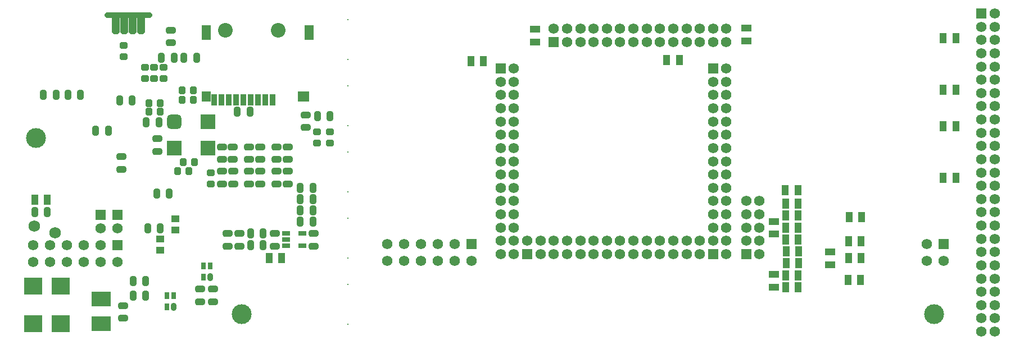
<source format=gbs>
G04*
G04 #@! TF.GenerationSoftware,Altium Limited,Altium Designer,20.0.2 (26)*
G04*
G04 Layer_Color=16711935*
%FSLAX44Y44*%
%MOMM*%
G71*
G01*
G75*
%ADD49C,0.8636*%
%ADD51R,1.0032X1.5032*%
%ADD54R,3.0032X2.2032*%
%ADD58R,1.5032X1.0032*%
G04:AMPARAMS|DCode=64|XSize=1.0032mm|YSize=1.5032mm|CornerRadius=0.3016mm|HoleSize=0mm|Usage=FLASHONLY|Rotation=180.000|XOffset=0mm|YOffset=0mm|HoleType=Round|Shape=RoundedRectangle|*
%AMROUNDEDRECTD64*
21,1,1.0032,0.9000,0,0,180.0*
21,1,0.4000,1.5032,0,0,180.0*
1,1,0.6032,-0.2000,0.4500*
1,1,0.6032,0.2000,0.4500*
1,1,0.6032,0.2000,-0.4500*
1,1,0.6032,-0.2000,-0.4500*
%
%ADD64ROUNDEDRECTD64*%
G04:AMPARAMS|DCode=67|XSize=1.0032mm|YSize=1.5032mm|CornerRadius=0.3016mm|HoleSize=0mm|Usage=FLASHONLY|Rotation=270.000|XOffset=0mm|YOffset=0mm|HoleType=Round|Shape=RoundedRectangle|*
%AMROUNDEDRECTD67*
21,1,1.0032,0.9000,0,0,270.0*
21,1,0.4000,1.5032,0,0,270.0*
1,1,0.6032,-0.4500,-0.2000*
1,1,0.6032,-0.4500,0.2000*
1,1,0.6032,0.4500,0.2000*
1,1,0.6032,0.4500,-0.2000*
%
%ADD67ROUNDEDRECTD67*%
G04:AMPARAMS|DCode=68|XSize=1.0032mm|YSize=1.2032mm|CornerRadius=0.3016mm|HoleSize=0mm|Usage=FLASHONLY|Rotation=0.000|XOffset=0mm|YOffset=0mm|HoleType=Round|Shape=RoundedRectangle|*
%AMROUNDEDRECTD68*
21,1,1.0032,0.6000,0,0,0.0*
21,1,0.4000,1.2032,0,0,0.0*
1,1,0.6032,0.2000,-0.3000*
1,1,0.6032,-0.2000,-0.3000*
1,1,0.6032,-0.2000,0.3000*
1,1,0.6032,0.2000,0.3000*
%
%ADD68ROUNDEDRECTD68*%
G04:AMPARAMS|DCode=71|XSize=1.0032mm|YSize=1.2032mm|CornerRadius=0.3016mm|HoleSize=0mm|Usage=FLASHONLY|Rotation=270.000|XOffset=0mm|YOffset=0mm|HoleType=Round|Shape=RoundedRectangle|*
%AMROUNDEDRECTD71*
21,1,1.0032,0.6000,0,0,270.0*
21,1,0.4000,1.2032,0,0,270.0*
1,1,0.6032,-0.3000,-0.2000*
1,1,0.6032,-0.3000,0.2000*
1,1,0.6032,0.3000,0.2000*
1,1,0.6032,0.3000,-0.2000*
%
%ADD71ROUNDEDRECTD71*%
G04:AMPARAMS|DCode=73|XSize=2.7432mm|YSize=1.1176mm|CornerRadius=0mm|HoleSize=0mm|Usage=FLASHONLY|Rotation=90.000|XOffset=0mm|YOffset=0mm|HoleType=Round|Shape=Octagon|*
%AMOCTAGOND73*
4,1,8,0.2794,1.3716,-0.2794,1.3716,-0.5588,1.0922,-0.5588,-1.0922,-0.2794,-1.3716,0.2794,-1.3716,0.5588,-1.0922,0.5588,1.0922,0.2794,1.3716,0.0*
%
%ADD73OCTAGOND73*%

%ADD81C,3.0000*%
%ADD82C,1.5748*%
%ADD83R,1.5748X1.5748*%
%ADD84R,1.5748X1.5748*%
%ADD85C,2.2032*%
%ADD86C,0.2032*%
%ADD87C,1.7272*%
%ADD128R,1.2032X1.0032*%
%ADD129R,0.8032X1.1032*%
G04:AMPARAMS|DCode=130|XSize=1.1032mm|YSize=0.8032mm|CornerRadius=0.2516mm|HoleSize=0mm|Usage=FLASHONLY|Rotation=90.000|XOffset=0mm|YOffset=0mm|HoleType=Round|Shape=RoundedRectangle|*
%AMROUNDEDRECTD130*
21,1,1.1032,0.3000,0,0,90.0*
21,1,0.6000,0.8032,0,0,90.0*
1,1,0.5032,0.1500,0.3000*
1,1,0.5032,0.1500,-0.3000*
1,1,0.5032,-0.1500,-0.3000*
1,1,0.5032,-0.1500,0.3000*
%
%ADD130ROUNDEDRECTD130*%
%ADD131R,1.1532X0.8032*%
%ADD132R,2.2032X2.2032*%
G04:AMPARAMS|DCode=133|XSize=2.2032mm|YSize=2.2032mm|CornerRadius=0.6016mm|HoleSize=0mm|Usage=FLASHONLY|Rotation=270.000|XOffset=0mm|YOffset=0mm|HoleType=Round|Shape=RoundedRectangle|*
%AMROUNDEDRECTD133*
21,1,2.2032,1.0000,0,0,270.0*
21,1,1.0000,2.2032,0,0,270.0*
1,1,1.2032,-0.5000,-0.5000*
1,1,1.2032,-0.5000,0.5000*
1,1,1.2032,0.5000,0.5000*
1,1,1.2032,0.5000,-0.5000*
%
%ADD133ROUNDEDRECTD133*%
%ADD134R,2.7032X2.5032*%
%ADD135R,0.9032X1.8032*%
%ADD136R,1.4032X1.6032*%
%ADD137R,1.8032X1.6032*%
%ADD138R,1.4032X2.2032*%
D49*
X1997380Y695940D02*
X2060880D01*
D51*
X2839520Y628640D02*
D03*
X2858520D02*
D03*
X3038520Y321640D02*
D03*
X3019520D02*
D03*
Y339640D02*
D03*
X3038520D02*
D03*
X3037520Y303640D02*
D03*
X3018520D02*
D03*
X3037520Y285640D02*
D03*
X3018520D02*
D03*
X3037520Y357640D02*
D03*
X3018520D02*
D03*
X3112520Y296640D02*
D03*
X3131520D02*
D03*
X3113520Y329640D02*
D03*
X3132520D02*
D03*
X3113520Y354640D02*
D03*
X3132520D02*
D03*
X3114520Y391640D02*
D03*
X3133520D02*
D03*
X3018470Y431640D02*
D03*
X3037470D02*
D03*
X3037520Y411370D02*
D03*
X3018520D02*
D03*
X3037520Y393640D02*
D03*
X3018520D02*
D03*
X3037520Y375640D02*
D03*
X3018520D02*
D03*
X3275128Y450900D02*
D03*
X3256128D02*
D03*
X3275128Y528270D02*
D03*
X3256128D02*
D03*
X3275128Y661640D02*
D03*
X3256128D02*
D03*
X3275128Y583640D02*
D03*
X3256128D02*
D03*
X2544520Y626640D02*
D03*
X2563520D02*
D03*
X2240520Y329640D02*
D03*
X2259520D02*
D03*
X1906520Y417640D02*
D03*
X1887520D02*
D03*
D54*
X1987520Y230640D02*
D03*
Y267470D02*
D03*
D58*
X2641520Y674640D02*
D03*
Y655640D02*
D03*
X2959520Y676640D02*
D03*
Y657640D02*
D03*
X3001520Y304640D02*
D03*
Y285640D02*
D03*
Y384640D02*
D03*
Y365640D02*
D03*
X3085520Y338640D02*
D03*
Y319640D02*
D03*
D64*
X2071520Y426640D02*
D03*
X2090520D02*
D03*
X2057520Y374640D02*
D03*
X2076520D02*
D03*
X2212520Y348690D02*
D03*
X2231520D02*
D03*
X2306520Y384536D02*
D03*
X2287520D02*
D03*
X2306520Y401536D02*
D03*
X2287520D02*
D03*
Y418536D02*
D03*
X2306520D02*
D03*
X2287520Y435640D02*
D03*
X2306520D02*
D03*
X2313520Y543640D02*
D03*
X2332520D02*
D03*
X2192740Y550640D02*
D03*
X2211740D02*
D03*
X2015520Y567640D02*
D03*
X2034520D02*
D03*
X2055520Y534640D02*
D03*
X2074520D02*
D03*
X1979520Y521640D02*
D03*
X1998520D02*
D03*
X2131520Y631640D02*
D03*
X2112520D02*
D03*
X2078520D02*
D03*
X2097520D02*
D03*
X1956520Y575640D02*
D03*
X1937520D02*
D03*
X1900520D02*
D03*
X1919520D02*
D03*
X2035520Y294640D02*
D03*
X2054520D02*
D03*
Y272640D02*
D03*
X2035520D02*
D03*
X2212520Y366690D02*
D03*
X2231520D02*
D03*
X1906520Y398640D02*
D03*
X1887520D02*
D03*
D67*
X2169520Y497640D02*
D03*
Y478640D02*
D03*
X2185520Y497640D02*
D03*
Y478640D02*
D03*
X2210520D02*
D03*
Y497640D02*
D03*
X2227520Y478640D02*
D03*
Y497640D02*
D03*
X2227520Y441640D02*
D03*
Y460640D02*
D03*
X2210520Y441640D02*
D03*
Y460640D02*
D03*
X2186520D02*
D03*
Y441640D02*
D03*
X2169520Y460640D02*
D03*
Y441640D02*
D03*
X2020520Y238640D02*
D03*
Y257640D02*
D03*
X2249520Y347690D02*
D03*
Y366690D02*
D03*
X2307520Y347640D02*
D03*
Y366640D02*
D03*
X2295520Y526640D02*
D03*
Y545640D02*
D03*
X2072520Y490640D02*
D03*
Y509640D02*
D03*
X2018520Y463640D02*
D03*
Y482640D02*
D03*
X2178520Y347690D02*
D03*
Y366690D02*
D03*
X2195520D02*
D03*
Y347690D02*
D03*
X2092520Y654640D02*
D03*
Y673640D02*
D03*
X2251520Y441640D02*
D03*
Y460640D02*
D03*
Y478640D02*
D03*
Y497640D02*
D03*
X2268520Y441640D02*
D03*
Y460640D02*
D03*
Y478640D02*
D03*
Y497640D02*
D03*
X2156520Y282640D02*
D03*
Y263640D02*
D03*
X2136520D02*
D03*
Y282640D02*
D03*
D68*
X2128520Y474640D02*
D03*
X2111520D02*
D03*
X2119520Y460640D02*
D03*
X2102520D02*
D03*
X2126520Y582640D02*
D03*
X2109520D02*
D03*
Y568640D02*
D03*
X2126520D02*
D03*
X2076520Y563640D02*
D03*
X2059520D02*
D03*
Y550640D02*
D03*
X2076520D02*
D03*
D71*
X2152520Y441640D02*
D03*
Y458640D02*
D03*
X2312520Y519790D02*
D03*
Y502790D02*
D03*
X2053520Y617640D02*
D03*
Y600640D02*
D03*
X2067520D02*
D03*
Y617640D02*
D03*
X2081520D02*
D03*
Y600640D02*
D03*
X2021520Y650640D02*
D03*
Y633640D02*
D03*
X2332520Y519790D02*
D03*
Y502790D02*
D03*
D73*
X2010080Y680700D02*
D03*
X2022780D02*
D03*
X2035480D02*
D03*
X2048180D02*
D03*
D81*
X3242520Y244640D02*
D03*
X1889520Y510640D02*
D03*
X2199520Y244640D02*
D03*
D82*
X3313520Y638640D02*
D03*
Y658640D02*
D03*
X2979522Y335640D02*
D03*
X2959522Y355640D02*
D03*
X2979522D02*
D03*
X2959522Y375640D02*
D03*
X2979522D02*
D03*
X2959522Y395640D02*
D03*
X2979522D02*
D03*
X2959522Y415640D02*
D03*
X2979522D02*
D03*
X2909520Y375640D02*
D03*
X2929520D02*
D03*
X2589520D02*
D03*
X2609520D02*
D03*
X2829520Y335640D02*
D03*
Y355640D02*
D03*
X2909520D02*
D03*
Y455640D02*
D03*
Y435640D02*
D03*
Y415640D02*
D03*
Y395640D02*
D03*
Y475640D02*
D03*
Y495640D02*
D03*
Y535640D02*
D03*
Y515640D02*
D03*
Y595640D02*
D03*
Y575640D02*
D03*
Y555640D02*
D03*
X2829520Y675640D02*
D03*
Y655640D02*
D03*
X2909520Y675640D02*
D03*
Y655640D02*
D03*
X2869520Y335640D02*
D03*
X2849520Y355640D02*
D03*
Y335640D02*
D03*
X2889520Y355640D02*
D03*
Y335640D02*
D03*
X2869520Y355640D02*
D03*
X2929520D02*
D03*
Y335640D02*
D03*
Y435640D02*
D03*
Y455640D02*
D03*
Y415640D02*
D03*
Y395640D02*
D03*
Y475640D02*
D03*
Y535640D02*
D03*
Y515640D02*
D03*
Y495640D02*
D03*
Y595640D02*
D03*
Y575640D02*
D03*
Y615640D02*
D03*
Y555640D02*
D03*
X2869520Y675640D02*
D03*
Y655640D02*
D03*
X2849520Y675640D02*
D03*
Y655640D02*
D03*
X2889520Y675640D02*
D03*
Y655640D02*
D03*
X2929520Y675640D02*
D03*
Y655640D02*
D03*
X2589520Y355640D02*
D03*
Y335640D02*
D03*
X2609520Y355640D02*
D03*
Y335640D02*
D03*
X2629520Y355640D02*
D03*
X2649520Y335640D02*
D03*
Y355640D02*
D03*
X2669520Y335640D02*
D03*
Y355640D02*
D03*
X2689520Y335640D02*
D03*
Y355640D02*
D03*
X2709520Y335640D02*
D03*
Y355640D02*
D03*
X2729520D02*
D03*
Y335640D02*
D03*
X2749520D02*
D03*
Y355640D02*
D03*
X2769520D02*
D03*
Y335640D02*
D03*
X2789520Y355640D02*
D03*
Y335640D02*
D03*
X2809520Y355640D02*
D03*
Y335640D02*
D03*
X2589520Y455640D02*
D03*
Y435640D02*
D03*
Y415640D02*
D03*
Y395640D02*
D03*
X2609520Y455640D02*
D03*
Y415640D02*
D03*
Y395640D02*
D03*
Y435640D02*
D03*
X2589520Y475640D02*
D03*
Y495640D02*
D03*
Y515640D02*
D03*
Y535640D02*
D03*
X2609520Y475640D02*
D03*
Y515640D02*
D03*
Y535640D02*
D03*
Y495640D02*
D03*
X2589520Y595640D02*
D03*
Y555640D02*
D03*
Y575640D02*
D03*
X2609520Y595640D02*
D03*
Y615640D02*
D03*
Y555640D02*
D03*
Y575640D02*
D03*
X2669520Y675640D02*
D03*
X2689520D02*
D03*
Y655640D02*
D03*
X2709520Y675640D02*
D03*
Y655640D02*
D03*
X2729520Y675640D02*
D03*
Y655640D02*
D03*
X2749520Y675640D02*
D03*
Y655640D02*
D03*
X2769520Y675640D02*
D03*
Y655640D02*
D03*
X2789520Y675640D02*
D03*
Y655640D02*
D03*
X2809520Y675640D02*
D03*
Y655640D02*
D03*
X3231120Y325040D02*
D03*
Y350440D02*
D03*
X3256520Y325040D02*
D03*
X2012520Y374640D02*
D03*
X1986520D02*
D03*
X1885620Y349290D02*
D03*
Y323890D02*
D03*
X2012620D02*
D03*
X1987220Y349290D02*
D03*
Y323890D02*
D03*
X1961820Y349290D02*
D03*
Y323890D02*
D03*
X1936420Y349290D02*
D03*
Y323890D02*
D03*
X1911020Y349290D02*
D03*
Y323890D02*
D03*
X2418320Y350440D02*
D03*
Y325040D02*
D03*
X2545320D02*
D03*
X2519920Y350440D02*
D03*
Y325040D02*
D03*
X2494520Y350440D02*
D03*
Y325040D02*
D03*
X2469120Y350440D02*
D03*
Y325040D02*
D03*
X2443720Y350440D02*
D03*
Y325040D02*
D03*
X3313520Y298640D02*
D03*
Y498640D02*
D03*
Y238640D02*
D03*
Y258640D02*
D03*
X3333520Y218640D02*
D03*
X3313520Y218640D02*
D03*
X3333520Y238640D02*
D03*
Y258640D02*
D03*
Y278640D02*
D03*
X3313520Y278640D02*
D03*
X3333520Y298640D02*
D03*
X3313520Y438640D02*
D03*
Y458640D02*
D03*
X3333520Y418640D02*
D03*
X3313520Y418640D02*
D03*
X3333520Y438640D02*
D03*
Y458640D02*
D03*
Y478640D02*
D03*
X3313520D02*
D03*
X3333520Y498640D02*
D03*
Y398640D02*
D03*
X3313520Y378640D02*
D03*
X3333520Y378640D02*
D03*
X3313520Y398640D02*
D03*
X3333520Y358640D02*
D03*
X3313520Y338640D02*
D03*
X3333520Y338640D02*
D03*
X3313520Y358640D02*
D03*
X3333520Y318640D02*
D03*
X3313520Y318640D02*
D03*
Y518640D02*
D03*
X3333520D02*
D03*
X3313520Y558640D02*
D03*
X3333520Y538640D02*
D03*
X3313520D02*
D03*
X3333520Y558640D02*
D03*
X3313520Y598640D02*
D03*
X3333520Y578640D02*
D03*
X3313520D02*
D03*
X3333520Y598640D02*
D03*
Y698640D02*
D03*
X3313520Y678640D02*
D03*
X3333520D02*
D03*
Y658640D02*
D03*
Y638640D02*
D03*
X3313520Y618640D02*
D03*
X3333520D02*
D03*
D83*
X2959522Y335640D02*
D03*
X2909520D02*
D03*
Y615640D02*
D03*
X2589520D02*
D03*
X3313520Y698640D02*
D03*
D84*
X2629520Y335640D02*
D03*
X2669520Y655640D02*
D03*
X3256520Y350440D02*
D03*
X2012520Y394640D02*
D03*
X1986520D02*
D03*
X2012620Y349290D02*
D03*
X2545320Y350440D02*
D03*
D85*
X2254320Y673640D02*
D03*
X2174520D02*
D03*
D86*
X2359520Y229640D02*
D03*
Y389640D02*
D03*
Y329640D02*
D03*
Y289640D02*
D03*
Y529640D02*
D03*
Y689640D02*
D03*
Y629640D02*
D03*
Y589640D02*
D03*
X2359514Y489640D02*
D03*
Y429640D02*
D03*
D87*
X1886520Y377640D02*
D03*
X1918520Y367640D02*
D03*
D128*
X2076520Y341640D02*
D03*
Y358640D02*
D03*
X2099520Y371640D02*
D03*
Y388640D02*
D03*
D129*
X2086520Y255640D02*
D03*
Y272640D02*
D03*
X2096520D02*
D03*
X2141520Y300640D02*
D03*
X2151520Y317640D02*
D03*
X2141520D02*
D03*
D130*
X2096520Y255640D02*
D03*
X2151520Y300640D02*
D03*
D131*
X2266520Y348190D02*
D03*
Y357690D02*
D03*
Y367190D02*
D03*
X2291020D02*
D03*
Y348190D02*
D03*
D132*
X2148520Y495640D02*
D03*
Y535640D02*
D03*
X2097720Y495640D02*
D03*
D133*
Y535640D02*
D03*
D134*
X1926520Y287640D02*
D03*
Y230640D02*
D03*
X1885520D02*
D03*
Y287640D02*
D03*
D135*
X2202070Y568640D02*
D03*
X2213070D02*
D03*
X2191070D02*
D03*
X2235070D02*
D03*
X2246070D02*
D03*
X2224070D02*
D03*
X2169070D02*
D03*
X2180070D02*
D03*
X2158070D02*
D03*
D136*
X2146320Y573640D02*
D03*
D137*
X2292320D02*
D03*
D138*
X2301320Y669640D02*
D03*
X2146320D02*
D03*
M02*

</source>
